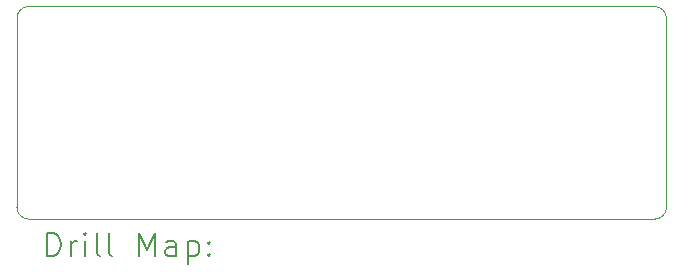
<source format=gbr>
%TF.GenerationSoftware,KiCad,Pcbnew,8.0.1*%
%TF.CreationDate,2025-04-04T09:34:16-04:00*%
%TF.ProjectId,LVC_Custom,4c56435f-4375-4737-946f-6d2e6b696361,rev?*%
%TF.SameCoordinates,Original*%
%TF.FileFunction,Drillmap*%
%TF.FilePolarity,Positive*%
%FSLAX45Y45*%
G04 Gerber Fmt 4.5, Leading zero omitted, Abs format (unit mm)*
G04 Created by KiCad (PCBNEW 8.0.1) date 2025-04-04 09:34:16*
%MOMM*%
%LPD*%
G01*
G04 APERTURE LIST*
%ADD10C,0.100000*%
%ADD11C,0.200000*%
G04 APERTURE END LIST*
D10*
X11600000Y-12200000D02*
X11600000Y-10600000D01*
X17000000Y-12300000D02*
X11700000Y-12300000D01*
X17100000Y-12200000D02*
X17100000Y-10600000D01*
X17000000Y-10500000D02*
G75*
G02*
X17100000Y-10600000I0J-100000D01*
G01*
X11700000Y-10500000D02*
X17000000Y-10500000D01*
X11700000Y-12300000D02*
G75*
G02*
X11600000Y-12200000I0J100000D01*
G01*
X11600000Y-10600000D02*
G75*
G02*
X11700000Y-10500000I100000J0D01*
G01*
X17100000Y-12200000D02*
G75*
G02*
X17000000Y-12300000I-100000J0D01*
G01*
D11*
X11855777Y-12616484D02*
X11855777Y-12416484D01*
X11855777Y-12416484D02*
X11903396Y-12416484D01*
X11903396Y-12416484D02*
X11931967Y-12426008D01*
X11931967Y-12426008D02*
X11951015Y-12445055D01*
X11951015Y-12445055D02*
X11960539Y-12464103D01*
X11960539Y-12464103D02*
X11970062Y-12502198D01*
X11970062Y-12502198D02*
X11970062Y-12530769D01*
X11970062Y-12530769D02*
X11960539Y-12568865D01*
X11960539Y-12568865D02*
X11951015Y-12587912D01*
X11951015Y-12587912D02*
X11931967Y-12606960D01*
X11931967Y-12606960D02*
X11903396Y-12616484D01*
X11903396Y-12616484D02*
X11855777Y-12616484D01*
X12055777Y-12616484D02*
X12055777Y-12483150D01*
X12055777Y-12521246D02*
X12065301Y-12502198D01*
X12065301Y-12502198D02*
X12074824Y-12492674D01*
X12074824Y-12492674D02*
X12093872Y-12483150D01*
X12093872Y-12483150D02*
X12112920Y-12483150D01*
X12179586Y-12616484D02*
X12179586Y-12483150D01*
X12179586Y-12416484D02*
X12170062Y-12426008D01*
X12170062Y-12426008D02*
X12179586Y-12435531D01*
X12179586Y-12435531D02*
X12189110Y-12426008D01*
X12189110Y-12426008D02*
X12179586Y-12416484D01*
X12179586Y-12416484D02*
X12179586Y-12435531D01*
X12303396Y-12616484D02*
X12284348Y-12606960D01*
X12284348Y-12606960D02*
X12274824Y-12587912D01*
X12274824Y-12587912D02*
X12274824Y-12416484D01*
X12408158Y-12616484D02*
X12389110Y-12606960D01*
X12389110Y-12606960D02*
X12379586Y-12587912D01*
X12379586Y-12587912D02*
X12379586Y-12416484D01*
X12636729Y-12616484D02*
X12636729Y-12416484D01*
X12636729Y-12416484D02*
X12703396Y-12559341D01*
X12703396Y-12559341D02*
X12770062Y-12416484D01*
X12770062Y-12416484D02*
X12770062Y-12616484D01*
X12951015Y-12616484D02*
X12951015Y-12511722D01*
X12951015Y-12511722D02*
X12941491Y-12492674D01*
X12941491Y-12492674D02*
X12922443Y-12483150D01*
X12922443Y-12483150D02*
X12884348Y-12483150D01*
X12884348Y-12483150D02*
X12865301Y-12492674D01*
X12951015Y-12606960D02*
X12931967Y-12616484D01*
X12931967Y-12616484D02*
X12884348Y-12616484D01*
X12884348Y-12616484D02*
X12865301Y-12606960D01*
X12865301Y-12606960D02*
X12855777Y-12587912D01*
X12855777Y-12587912D02*
X12855777Y-12568865D01*
X12855777Y-12568865D02*
X12865301Y-12549817D01*
X12865301Y-12549817D02*
X12884348Y-12540293D01*
X12884348Y-12540293D02*
X12931967Y-12540293D01*
X12931967Y-12540293D02*
X12951015Y-12530769D01*
X13046253Y-12483150D02*
X13046253Y-12683150D01*
X13046253Y-12492674D02*
X13065301Y-12483150D01*
X13065301Y-12483150D02*
X13103396Y-12483150D01*
X13103396Y-12483150D02*
X13122443Y-12492674D01*
X13122443Y-12492674D02*
X13131967Y-12502198D01*
X13131967Y-12502198D02*
X13141491Y-12521246D01*
X13141491Y-12521246D02*
X13141491Y-12578388D01*
X13141491Y-12578388D02*
X13131967Y-12597436D01*
X13131967Y-12597436D02*
X13122443Y-12606960D01*
X13122443Y-12606960D02*
X13103396Y-12616484D01*
X13103396Y-12616484D02*
X13065301Y-12616484D01*
X13065301Y-12616484D02*
X13046253Y-12606960D01*
X13227205Y-12597436D02*
X13236729Y-12606960D01*
X13236729Y-12606960D02*
X13227205Y-12616484D01*
X13227205Y-12616484D02*
X13217682Y-12606960D01*
X13217682Y-12606960D02*
X13227205Y-12597436D01*
X13227205Y-12597436D02*
X13227205Y-12616484D01*
X13227205Y-12492674D02*
X13236729Y-12502198D01*
X13236729Y-12502198D02*
X13227205Y-12511722D01*
X13227205Y-12511722D02*
X13217682Y-12502198D01*
X13217682Y-12502198D02*
X13227205Y-12492674D01*
X13227205Y-12492674D02*
X13227205Y-12511722D01*
M02*

</source>
